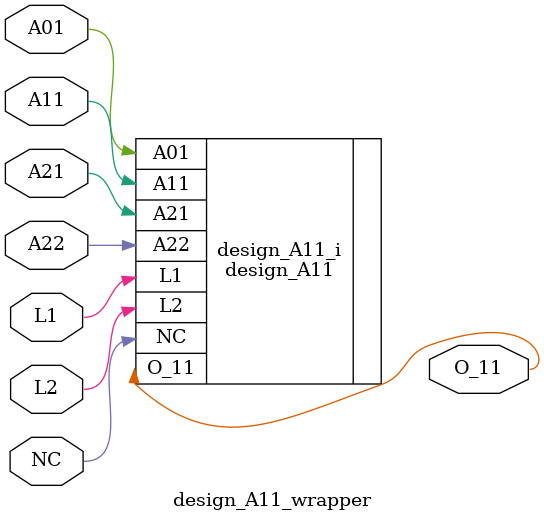
<source format=v>
`timescale 1 ps / 1 ps

module design_A11_wrapper
   (A01,
    A11,
    A21,
    A22,
    L1,
    L2,
    NC,
    O_11);
  input A01;
  input A11;
  input A21;
  input A22;
  input L1;
  input L2;
  input NC;
  output O_11;

  wire A01;
  wire A11;
  wire A21;
  wire A22;
  wire L1;
  wire L2;
  wire NC;
  wire O_11;

  design_A11 design_A11_i
       (.A01(A01),
        .A11(A11),
        .A21(A21),
        .A22(A22),
        .L1(L1),
        .L2(L2),
        .NC(NC),
        .O_11(O_11));
endmodule

</source>
